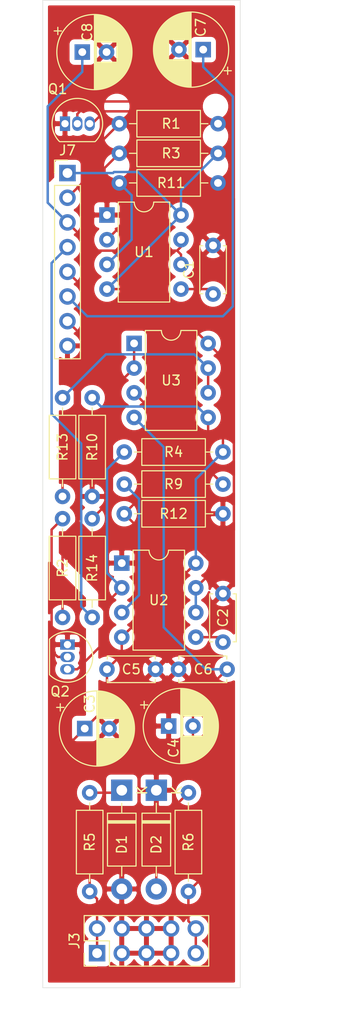
<source format=kicad_pcb>
(kicad_pcb (version 20171130) (host pcbnew 5.1.6-1.fc31)
  (layers (0 F.Cu signal) (31 B.Cu signal) (34 B.Paste user) (35 F.Paste user) (36 B.SilkS user) (37 F.SilkS user) (38 B.Mask user) (39 F.Mask user) (44 Edge.Cuts user))
  (net 0 "")
  (net 1 GND)
  (net 2 "Net-(C1-Pad1)")
  (net 3 "Net-(C2-Pad1)")
  (net 4 +12V)
  (net 5 -12V)
  (net 6 "Net-(D1-Pad1)")
  (net 7 "Net-(D2-Pad2)")
  (net 8 "Net-(Q1-Pad3)")
  (net 9 "Net-(Q1-Pad2)")
  (net 10 "Net-(Q2-Pad3)")
  (net 11 "Net-(Q2-Pad2)")
  (net 12 "Net-(R10-Pad1)")
  (net 13 "Net-(R9-Pad1)")
  (net 14 "Net-(R11-Pad2)")
  (net 15 "Net-(R11-Pad1)")
  (net 16 "Net-(R13-Pad1)")
  (net 17 "Net-(R14-Pad1)")
  (net 18 V2)
  (net 19 V1)
  (net 20 T1)
  (net 21 T2)
  (net 22 G1)
  (net 23 G2)
  (module Connector_PinHeader_2.54mm:PinHeader_2x05_P2.54mm_Vertical (layer F.Cu) (at 107.188 123.444 90)
    (fp_text reference J3 (at 1.27 -2.33 90) (layer F.SilkS))
    (fp_text value Conn_02x05_Odd_Even)
    (pad 10 thru_hole oval (at 2.54 10.16 90) (size 1.7 1.7) (drill 1) (layers *.Cu *.Mask) (net 5 -12V))
    (pad 9 thru_hole oval (at 0 10.16 90) (size 1.7 1.7) (drill 1) (layers *.Cu *.Mask) (net 5 -12V))
    (pad 8 thru_hole oval (at 2.54 7.62 90) (size 1.7 1.7) (drill 1) (layers *.Cu *.Mask) (net 1 GND))
    (pad 7 thru_hole oval (at 0 7.62 90) (size 1.7 1.7) (drill 1) (layers *.Cu *.Mask) (net 1 GND))
    (pad 6 thru_hole oval (at 2.54 5.08 90) (size 1.7 1.7) (drill 1) (layers *.Cu *.Mask) (net 1 GND))
    (pad 5 thru_hole oval (at 0 5.08 90) (size 1.7 1.7) (drill 1) (layers *.Cu *.Mask) (net 1 GND))
    (pad 4 thru_hole oval (at 2.54 2.54 90) (size 1.7 1.7) (drill 1) (layers *.Cu *.Mask) (net 1 GND))
    (pad 3 thru_hole oval (at 0 2.54 90) (size 1.7 1.7) (drill 1) (layers *.Cu *.Mask) (net 1 GND))
    (pad 2 thru_hole oval (at 2.54 0 90) (size 1.7 1.7) (drill 1) (layers *.Cu *.Mask) (net 4 +12V))
    (pad 1 thru_hole rect (at 0 0 90) (size 1.7 1.7) (drill 1) (layers *.Cu *.Mask) (net 4 +12V))
  )
  (module Connector_PinHeader_2.54mm:PinHeader_1x08_P2.54mm_Vertical (layer F.Cu) (at 104.14 43.18)
    (fp_text reference J7 (at 0 -2.33) (layer F.SilkS))
    (fp_text value Conn_01x08_Male)
    (pad 8 thru_hole oval (at 0 17.78) (size 1.7 1.7) (drill 1) (layers *.Cu *.Mask) (net 1 GND))
    (pad 7 thru_hole oval (at 0 15.24) (size 1.7 1.7) (drill 1) (layers *.Cu *.Mask) (net 23 G2))
    (pad 6 thru_hole oval (at 0 12.7) (size 1.7 1.7) (drill 1) (layers *.Cu *.Mask) (net 18 V2))
    (pad 5 thru_hole oval (at 0 10.16) (size 1.7 1.7) (drill 1) (layers *.Cu *.Mask) (net 21 T2))
    (pad 4 thru_hole oval (at 0 7.62) (size 1.7 1.7) (drill 1) (layers *.Cu *.Mask) (net 22 G1))
    (pad 3 thru_hole oval (at 0 5.08) (size 1.7 1.7) (drill 1) (layers *.Cu *.Mask) (net 19 V1))
    (pad 2 thru_hole oval (at 0 2.54) (size 1.7 1.7) (drill 1) (layers *.Cu *.Mask) (net 20 T1))
    (pad 1 thru_hole rect (at 0 0) (size 1.7 1.7) (drill 1) (layers *.Cu *.Mask) (net 4 +12V))
  )
  (module Package_DIP:DIP-8_W7.62mm (layer F.Cu) (at 110.998 60.706)
    (fp_text reference U3 (at 3.81 3.81) (layer F.SilkS))
    (fp_text value TL072)
    (pad 8 thru_hole oval (at 7.62 0) (size 1.6 1.6) (drill 0.8) (layers *.Cu *.Mask) (net 4 +12V))
    (pad 4 thru_hole oval (at 0 7.62) (size 1.6 1.6) (drill 0.8) (layers *.Cu *.Mask) (net 5 -12V))
    (pad 7 thru_hole oval (at 7.62 2.54) (size 1.6 1.6) (drill 0.8) (layers *.Cu *.Mask) (net 16 "Net-(R13-Pad1)"))
    (pad 3 thru_hole oval (at 0 5.08) (size 1.6 1.6) (drill 0.8) (layers *.Cu *.Mask) (net 14 "Net-(R11-Pad2)"))
    (pad 6 thru_hole oval (at 7.62 5.08) (size 1.6 1.6) (drill 0.8) (layers *.Cu *.Mask) (net 16 "Net-(R13-Pad1)"))
    (pad 2 thru_hole oval (at 0 2.54) (size 1.6 1.6) (drill 0.8) (layers *.Cu *.Mask) (net 17 "Net-(R14-Pad1)"))
    (pad 5 thru_hole oval (at 7.62 7.62) (size 1.6 1.6) (drill 0.8) (layers *.Cu *.Mask) (net 12 "Net-(R10-Pad1)"))
    (pad 1 thru_hole rect (at 0 0) (size 1.6 1.6) (drill 0.8) (layers *.Cu *.Mask) (net 17 "Net-(R14-Pad1)"))
  )
  (module Package_DIP:DIP-8_W7.62mm (layer F.Cu) (at 109.728 83.312)
    (fp_text reference U2 (at 3.81 3.81) (layer F.SilkS))
    (fp_text value NE555P)
    (pad 8 thru_hole oval (at 7.62 0) (size 1.6 1.6) (drill 0.8) (layers *.Cu *.Mask) (net 4 +12V))
    (pad 4 thru_hole oval (at 0 7.62) (size 1.6 1.6) (drill 0.8) (layers *.Cu *.Mask) (net 4 +12V))
    (pad 7 thru_hole oval (at 7.62 2.54) (size 1.6 1.6) (drill 0.8) (layers *.Cu *.Mask) (net 18 V2))
    (pad 3 thru_hole oval (at 0 5.08) (size 1.6 1.6) (drill 0.8) (layers *.Cu *.Mask) (net 13 "Net-(R9-Pad1)"))
    (pad 6 thru_hole oval (at 7.62 5.08) (size 1.6 1.6) (drill 0.8) (layers *.Cu *.Mask) (net 18 V2))
    (pad 2 thru_hole oval (at 0 2.54) (size 1.6 1.6) (drill 0.8) (layers *.Cu *.Mask) (net 10 "Net-(Q2-Pad3)"))
    (pad 5 thru_hole oval (at 7.62 7.62) (size 1.6 1.6) (drill 0.8) (layers *.Cu *.Mask) (net 3 "Net-(C2-Pad1)"))
    (pad 1 thru_hole rect (at 0 0) (size 1.6 1.6) (drill 0.8) (layers *.Cu *.Mask) (net 1 GND))
  )
  (module Package_DIP:DIP-8_W7.62mm (layer F.Cu) (at 108.204 47.498)
    (fp_text reference U1 (at 3.81 3.81) (layer F.SilkS))
    (fp_text value NE555P)
    (pad 8 thru_hole oval (at 7.62 0) (size 1.6 1.6) (drill 0.8) (layers *.Cu *.Mask) (net 4 +12V))
    (pad 4 thru_hole oval (at 0 7.62) (size 1.6 1.6) (drill 0.8) (layers *.Cu *.Mask) (net 4 +12V))
    (pad 7 thru_hole oval (at 7.62 2.54) (size 1.6 1.6) (drill 0.8) (layers *.Cu *.Mask) (net 19 V1))
    (pad 3 thru_hole oval (at 0 5.08) (size 1.6 1.6) (drill 0.8) (layers *.Cu *.Mask) (net 15 "Net-(R11-Pad1)"))
    (pad 6 thru_hole oval (at 7.62 5.08) (size 1.6 1.6) (drill 0.8) (layers *.Cu *.Mask) (net 19 V1))
    (pad 2 thru_hole oval (at 0 2.54) (size 1.6 1.6) (drill 0.8) (layers *.Cu *.Mask) (net 8 "Net-(Q1-Pad3)"))
    (pad 5 thru_hole oval (at 7.62 7.62) (size 1.6 1.6) (drill 0.8) (layers *.Cu *.Mask) (net 2 "Net-(C1-Pad1)"))
    (pad 1 thru_hole rect (at 0 0) (size 1.6 1.6) (drill 0.8) (layers *.Cu *.Mask) (net 1 GND))
  )
  (module Resistor_THT:R_Axial_DIN0207_L6.3mm_D2.5mm_P10.16mm_Horizontal (layer F.Cu) (at 106.68 78.74 270)
    (fp_text reference R14 (at 5.08 0 90) (layer F.SilkS))
    (fp_text value 2K2)
    (pad 2 thru_hole oval (at 10.16 0 270) (size 1.6 1.6) (drill 0.8) (layers *.Cu *.Mask) (net 22 G1))
    (pad 1 thru_hole circle (at 0 0 270) (size 1.6 1.6) (drill 0.8) (layers *.Cu *.Mask) (net 17 "Net-(R14-Pad1)"))
  )
  (module Resistor_THT:R_Axial_DIN0207_L6.3mm_D2.5mm_P10.16mm_Horizontal (layer F.Cu) (at 103.632 66.294 270)
    (fp_text reference R13 (at 5.08 0 90) (layer F.SilkS))
    (fp_text value 2K2)
    (pad 2 thru_hole oval (at 10.16 0 270) (size 1.6 1.6) (drill 0.8) (layers *.Cu *.Mask) (net 23 G2))
    (pad 1 thru_hole circle (at 0 0 270) (size 1.6 1.6) (drill 0.8) (layers *.Cu *.Mask) (net 16 "Net-(R13-Pad1)"))
  )
  (module Resistor_THT:R_Axial_DIN0207_L6.3mm_D2.5mm_P10.16mm_Horizontal (layer F.Cu) (at 109.982 78.232)
    (fp_text reference R12 (at 5.08 0) (layer F.SilkS))
    (fp_text value 100K)
    (pad 2 thru_hole oval (at 10.16 0) (size 1.6 1.6) (drill 0.8) (layers *.Cu *.Mask) (net 1 GND))
    (pad 1 thru_hole circle (at 0 0) (size 1.6 1.6) (drill 0.8) (layers *.Cu *.Mask) (net 14 "Net-(R11-Pad2)"))
  )
  (module Resistor_THT:R_Axial_DIN0207_L6.3mm_D2.5mm_P10.16mm_Horizontal (layer F.Cu) (at 109.474 44.196)
    (fp_text reference R11 (at 5.334 0 180) (layer F.SilkS))
    (fp_text value 100K)
    (pad 2 thru_hole oval (at 10.16 0) (size 1.6 1.6) (drill 0.8) (layers *.Cu *.Mask) (net 14 "Net-(R11-Pad2)"))
    (pad 1 thru_hole circle (at 0 0) (size 1.6 1.6) (drill 0.8) (layers *.Cu *.Mask) (net 15 "Net-(R11-Pad1)"))
  )
  (module Resistor_THT:R_Axial_DIN0207_L6.3mm_D2.5mm_P10.16mm_Horizontal (layer F.Cu) (at 106.68 66.294 270)
    (fp_text reference R10 (at 5.08 0 90) (layer F.SilkS))
    (fp_text value 100K)
    (pad 2 thru_hole oval (at 10.16 0 270) (size 1.6 1.6) (drill 0.8) (layers *.Cu *.Mask) (net 1 GND))
    (pad 1 thru_hole circle (at 0 0 270) (size 1.6 1.6) (drill 0.8) (layers *.Cu *.Mask) (net 12 "Net-(R10-Pad1)"))
  )
  (module Resistor_THT:R_Axial_DIN0207_L6.3mm_D2.5mm_P10.16mm_Horizontal (layer F.Cu) (at 109.982 75.184)
    (fp_text reference R9 (at 5.08 0) (layer F.SilkS))
    (fp_text value 100K)
    (pad 2 thru_hole oval (at 10.16 0) (size 1.6 1.6) (drill 0.8) (layers *.Cu *.Mask) (net 12 "Net-(R10-Pad1)"))
    (pad 1 thru_hole circle (at 0 0) (size 1.6 1.6) (drill 0.8) (layers *.Cu *.Mask) (net 13 "Net-(R9-Pad1)"))
  )
  (module Resistor_THT:R_Axial_DIN0207_L6.3mm_D2.5mm_P10.16mm_Horizontal (layer F.Cu) (at 116.586 106.934 270)
    (fp_text reference R6 (at 5.08 0 90) (layer F.SilkS))
    (fp_text value 68)
    (pad 2 thru_hole oval (at 10.16 0 270) (size 1.6 1.6) (drill 0.8) (layers *.Cu *.Mask) (net 5 -12V))
    (pad 1 thru_hole circle (at 0 0 270) (size 1.6 1.6) (drill 0.8) (layers *.Cu *.Mask) (net 7 "Net-(D2-Pad2)"))
  )
  (module Resistor_THT:R_Axial_DIN0207_L6.3mm_D2.5mm_P10.16mm_Horizontal (layer F.Cu) (at 106.426 106.934 270)
    (fp_text reference R5 (at 5.08 0 90) (layer F.SilkS))
    (fp_text value 68)
    (pad 2 thru_hole oval (at 10.16 0 270) (size 1.6 1.6) (drill 0.8) (layers *.Cu *.Mask) (net 4 +12V))
    (pad 1 thru_hole circle (at 0 0 270) (size 1.6 1.6) (drill 0.8) (layers *.Cu *.Mask) (net 6 "Net-(D1-Pad1)"))
  )
  (module Resistor_THT:R_Axial_DIN0207_L6.3mm_D2.5mm_P10.16mm_Horizontal (layer F.Cu) (at 109.982 71.882)
    (fp_text reference R4 (at 5.08 0) (layer F.SilkS))
    (fp_text value 100K)
    (pad 2 thru_hole oval (at 10.16 0) (size 1.6 1.6) (drill 0.8) (layers *.Cu *.Mask) (net 4 +12V))
    (pad 1 thru_hole circle (at 0 0) (size 1.6 1.6) (drill 0.8) (layers *.Cu *.Mask) (net 10 "Net-(Q2-Pad3)"))
  )
  (module Resistor_THT:R_Axial_DIN0207_L6.3mm_D2.5mm_P10.16mm_Horizontal (layer F.Cu) (at 109.474 41.148)
    (fp_text reference R3 (at 5.334 0 180) (layer F.SilkS))
    (fp_text value 100K)
    (pad 2 thru_hole oval (at 10.16 0) (size 1.6 1.6) (drill 0.8) (layers *.Cu *.Mask) (net 4 +12V))
    (pad 1 thru_hole circle (at 0 0) (size 1.6 1.6) (drill 0.8) (layers *.Cu *.Mask) (net 8 "Net-(Q1-Pad3)"))
  )
  (module Resistor_THT:R_Axial_DIN0207_L6.3mm_D2.5mm_P10.16mm_Horizontal (layer F.Cu) (at 103.632 78.74 270)
    (fp_text reference R2 (at 5.08 0 90) (layer F.SilkS))
    (fp_text value 10K)
    (pad 2 thru_hole oval (at 10.16 0 270) (size 1.6 1.6) (drill 0.8) (layers *.Cu *.Mask) (net 21 T2))
    (pad 1 thru_hole circle (at 0 0 270) (size 1.6 1.6) (drill 0.8) (layers *.Cu *.Mask) (net 11 "Net-(Q2-Pad2)"))
  )
  (module Resistor_THT:R_Axial_DIN0207_L6.3mm_D2.5mm_P10.16mm_Horizontal (layer F.Cu) (at 119.634 38.1 180)
    (fp_text reference R1 (at 4.826 0 180) (layer F.SilkS))
    (fp_text value 10K)
    (pad 2 thru_hole oval (at 10.16 0 180) (size 1.6 1.6) (drill 0.8) (layers *.Cu *.Mask) (net 20 T1))
    (pad 1 thru_hole circle (at 0 0 180) (size 1.6 1.6) (drill 0.8) (layers *.Cu *.Mask) (net 9 "Net-(Q1-Pad2)"))
  )
  (module Package_TO_SOT_THT:TO-92_Inline (layer F.Cu) (at 104.14 91.694 270)
    (fp_text reference Q2 (at 4.826 0.762 180) (layer F.SilkS))
    (fp_text value 2N3904)
    (pad 1 thru_hole rect (at 0 0 270) (size 1.05 1.5) (drill 0.75) (layers *.Cu *.Mask) (net 1 GND))
    (pad 3 thru_hole oval (at 2.54 0 270) (size 1.05 1.5) (drill 0.75) (layers *.Cu *.Mask) (net 10 "Net-(Q2-Pad3)"))
    (pad 2 thru_hole oval (at 1.27 0 270) (size 1.05 1.5) (drill 0.75) (layers *.Cu *.Mask) (net 11 "Net-(Q2-Pad2)"))
  )
  (module Package_TO_SOT_THT:TO-92_Inline (layer F.Cu) (at 103.886 38.1)
    (fp_text reference Q1 (at -0.762 -3.56) (layer F.SilkS))
    (fp_text value 2N3904)
    (pad 1 thru_hole rect (at 0 0) (size 1.05 1.5) (drill 0.75) (layers *.Cu *.Mask) (net 1 GND))
    (pad 3 thru_hole oval (at 2.54 0) (size 1.05 1.5) (drill 0.75) (layers *.Cu *.Mask) (net 8 "Net-(Q1-Pad3)"))
    (pad 2 thru_hole oval (at 1.27 0) (size 1.05 1.5) (drill 0.75) (layers *.Cu *.Mask) (net 9 "Net-(Q1-Pad2)"))
  )
  (module Diode_THT:D_DO-41_SOD81_P10.16mm_Horizontal (layer F.Cu) (at 113.284 106.68 270)
    (fp_text reference D2 (at 5.588 0 90) (layer F.SilkS))
    (fp_text value 1N4001)
    (fp_text user K (at 0 -2.1 90) (layer F.SilkS))
    (pad 2 thru_hole oval (at 10.16 0 270) (size 2.2 2.2) (drill 1.1) (layers *.Cu *.Mask) (net 7 "Net-(D2-Pad2)"))
    (pad 1 thru_hole rect (at 0 0 270) (size 2.2 2.2) (drill 1.1) (layers *.Cu *.Mask) (net 1 GND))
  )
  (module Diode_THT:D_DO-41_SOD81_P10.16mm_Horizontal (layer F.Cu) (at 109.728 106.68 270)
    (fp_text reference D1 (at 5.588 0 90) (layer F.SilkS))
    (fp_text value 1N4001)
    (fp_text user K (at 0 -2.1 90) (layer F.SilkS))
    (pad 2 thru_hole oval (at 10.16 0 270) (size 2.2 2.2) (drill 1.1) (layers *.Cu *.Mask) (net 1 GND))
    (pad 1 thru_hole rect (at 0 0 270) (size 2.2 2.2) (drill 1.1) (layers *.Cu *.Mask) (net 6 "Net-(D1-Pad1)"))
  )
  (module Capacitor_THT:CP_Radial_D7.5mm_P2.50mm (layer F.Cu) (at 105.664 30.734)
    (fp_text reference C8 (at 0.508 -2.032 90) (layer F.SilkS))
    (fp_text value 100u)
    (pad 2 thru_hole circle (at 2.5 0) (size 1.6 1.6) (drill 0.8) (layers *.Cu *.Mask) (net 1 GND))
    (pad 1 thru_hole rect (at 0 0) (size 1.6 1.6) (drill 0.8) (layers *.Cu *.Mask) (net 19 V1))
  )
  (module Capacitor_THT:CP_Radial_D7.5mm_P2.50mm (layer F.Cu) (at 118.11 30.48 180)
    (fp_text reference C7 (at 0.254 2.286 90) (layer F.SilkS))
    (fp_text value 100u)
    (pad 2 thru_hole circle (at 2.5 0 180) (size 1.6 1.6) (drill 0.8) (layers *.Cu *.Mask) (net 1 GND))
    (pad 1 thru_hole rect (at 0 0 180) (size 1.6 1.6) (drill 0.8) (layers *.Cu *.Mask) (net 18 V2))
  )
  (module Capacitor_THT:C_Disc_D4.7mm_W2.5mm_P5.00mm (layer F.Cu) (at 115.57 94.234)
    (fp_text reference C6 (at 2.54 0) (layer F.SilkS))
    (fp_text value 100n)
    (pad 2 thru_hole circle (at 5 0) (size 1.6 1.6) (drill 0.8) (layers *.Cu *.Mask) (net 5 -12V))
    (pad 1 thru_hole circle (at 0 0) (size 1.6 1.6) (drill 0.8) (layers *.Cu *.Mask) (net 1 GND))
  )
  (module Capacitor_THT:C_Disc_D4.7mm_W2.5mm_P5.00mm (layer F.Cu) (at 108.204 94.234)
    (fp_text reference C5 (at 2.5 0) (layer F.SilkS))
    (fp_text value 100n)
    (pad 2 thru_hole circle (at 5 0) (size 1.6 1.6) (drill 0.8) (layers *.Cu *.Mask) (net 1 GND))
    (pad 1 thru_hole circle (at 0 0) (size 1.6 1.6) (drill 0.8) (layers *.Cu *.Mask) (net 4 +12V))
  )
  (module Capacitor_THT:CP_Radial_D7.5mm_P2.50mm (layer F.Cu) (at 114.554 100.076)
    (fp_text reference C4 (at 0.508 2.286 90) (layer F.SilkS))
    (fp_text value 100u)
    (pad 2 thru_hole circle (at 2.5 0) (size 1.6 1.6) (drill 0.8) (layers *.Cu *.Mask) (net 5 -12V))
    (pad 1 thru_hole rect (at 0 0) (size 1.6 1.6) (drill 0.8) (layers *.Cu *.Mask) (net 1 GND))
  )
  (module Capacitor_THT:CP_Radial_D7.5mm_P2.50mm (layer F.Cu) (at 105.918 100.33)
    (fp_text reference C3 (at 0.508 -2.54 90) (layer F.SilkS))
    (fp_text value 100u)
    (pad 2 thru_hole circle (at 2.5 0) (size 1.6 1.6) (drill 0.8) (layers *.Cu *.Mask) (net 1 GND))
    (pad 1 thru_hole rect (at 0 0) (size 1.6 1.6) (drill 0.8) (layers *.Cu *.Mask) (net 4 +12V))
  )
  (module Capacitor_THT:C_Disc_D4.7mm_W2.5mm_P5.00mm (layer F.Cu) (at 120.142 91.44 90)
    (fp_text reference C2 (at 2.5 0 90) (layer F.SilkS))
    (fp_text value 100n)
    (pad 2 thru_hole circle (at 5 0 90) (size 1.6 1.6) (drill 0.8) (layers *.Cu *.Mask) (net 1 GND))
    (pad 1 thru_hole circle (at 0 0 90) (size 1.6 1.6) (drill 0.8) (layers *.Cu *.Mask) (net 3 "Net-(C2-Pad1)"))
  )
  (module Capacitor_THT:C_Disc_D4.7mm_W2.5mm_P5.00mm (layer F.Cu) (at 119.126 55.626 90)
    (fp_text reference C1 (at 2.5 -2.5 90) (layer F.SilkS))
    (fp_text value 100n)
    (pad 2 thru_hole circle (at 5 0 90) (size 1.6 1.6) (drill 0.8) (layers *.Cu *.Mask) (net 1 GND))
    (pad 1 thru_hole circle (at 0 0 90) (size 1.6 1.6) (drill 0.8) (layers *.Cu *.Mask) (net 2 "Net-(C1-Pad1)"))
  )
  (gr_line (start 121.92 127) (end 121.92 25.4) (layer Edge.Cuts) (width 0.05))
  (gr_line (start 101.6 127) (end 121.92 127) (layer Edge.Cuts) (width 0.05))
  (gr_line (start 101.6 101.6) (end 101.6 127) (layer Edge.Cuts) (width 0.05))
  (gr_line (start 121.92 25.4) (end 101.6 25.4) (layer Edge.Cuts) (width 0.05))
  (gr_line (start 101.6 25.4) (end 101.6 101.6) (layer Edge.Cuts) (width 0.05))
  (segment (start 118.618 55.118) (end 119.126 55.626) (width 0.25) (layer F.Cu) (net 2))
  (segment (start 115.824 55.118) (end 118.618 55.118) (width 0.25) (layer F.Cu) (net 2))
  (segment (start 119.634 90.932) (end 120.142 91.44) (width 0.25) (layer F.Cu) (net 3))
  (segment (start 117.348 90.932) (end 119.634 90.932) (width 0.25) (layer F.Cu) (net 3))
  (segment (start 108.204 55.118) (end 115.824 47.498) (width 0.25) (layer B.Cu) (net 4))
  (segment (start 115.824 44.958) (end 119.634 41.148) (width 0.25) (layer B.Cu) (net 4))
  (segment (start 115.824 47.498) (end 115.824 44.958) (width 0.25) (layer B.Cu) (net 4))
  (segment (start 111.396999 43.070999) (end 115.824 47.498) (width 0.25) (layer B.Cu) (net 4))
  (segment (start 108.933999 43.070999) (end 111.396999 43.070999) (width 0.25) (layer B.Cu) (net 4))
  (segment (start 108.824998 43.18) (end 108.933999 43.070999) (width 0.25) (layer B.Cu) (net 4))
  (segment (start 104.14 43.18) (end 108.824998 43.18) (width 0.25) (layer B.Cu) (net 4))
  (segment (start 107.188 123.444) (end 107.188 120.904) (width 0.25) (layer F.Cu) (net 4))
  (segment (start 107.188 117.856) (end 106.426 117.094) (width 0.25) (layer F.Cu) (net 4))
  (segment (start 107.188 120.904) (end 107.188 117.856) (width 0.25) (layer F.Cu) (net 4))
  (segment (start 109.728 90.932) (end 117.348 83.312) (width 0.25) (layer F.Cu) (net 4))
  (segment (start 109.728 92.71) (end 108.204 94.234) (width 0.25) (layer F.Cu) (net 4))
  (segment (start 109.728 90.932) (end 109.728 92.71) (width 0.25) (layer F.Cu) (net 4))
  (segment (start 108.204 98.044) (end 105.918 100.33) (width 0.25) (layer F.Cu) (net 4))
  (segment (start 108.204 94.234) (end 108.204 98.044) (width 0.25) (layer F.Cu) (net 4))
  (segment (start 113.03 55.118) (end 118.618 60.706) (width 0.25) (layer F.Cu) (net 4))
  (segment (start 108.204 55.118) (end 113.03 55.118) (width 0.25) (layer F.Cu) (net 4))
  (segment (start 120.142 62.23) (end 120.142 71.882) (width 0.25) (layer F.Cu) (net 4))
  (segment (start 118.618 60.706) (end 120.142 62.23) (width 0.25) (layer F.Cu) (net 4))
  (segment (start 117.348 74.676) (end 120.142 71.882) (width 0.25) (layer B.Cu) (net 4))
  (segment (start 117.348 83.312) (end 117.348 74.676) (width 0.25) (layer B.Cu) (net 4))
  (segment (start 105.918 100.33) (end 104.14 102.108) (width 0.25) (layer F.Cu) (net 4))
  (segment (start 106.426 112.776) (end 106.426 117.094) (width 0.25) (layer F.Cu) (net 4))
  (segment (start 104.14 110.49) (end 106.426 112.776) (width 0.25) (layer F.Cu) (net 4))
  (segment (start 104.14 102.108) (end 104.14 110.49) (width 0.25) (layer F.Cu) (net 4))
  (segment (start 116.586 120.142) (end 117.348 120.904) (width 0.25) (layer F.Cu) (net 5))
  (segment (start 116.586 117.094) (end 116.586 120.142) (width 0.25) (layer F.Cu) (net 5))
  (segment (start 117.348 120.904) (end 117.348 123.444) (width 0.25) (layer F.Cu) (net 5))
  (segment (start 118.618 115.062) (end 116.586 117.094) (width 0.25) (layer F.Cu) (net 5))
  (segment (start 118.618 104.902) (end 118.618 115.062) (width 0.25) (layer F.Cu) (net 5))
  (segment (start 117.054 100.076) (end 117.054 103.338) (width 0.25) (layer F.Cu) (net 5))
  (segment (start 117.054 103.338) (end 118.618 104.902) (width 0.25) (layer F.Cu) (net 5))
  (segment (start 117.054 97.75) (end 120.57 94.234) (width 0.25) (layer F.Cu) (net 5))
  (segment (start 117.054 100.076) (end 117.054 97.75) (width 0.25) (layer F.Cu) (net 5))
  (segment (start 110.998 68.326) (end 114.046 71.374) (width 0.25) (layer B.Cu) (net 5))
  (segment (start 114.046 71.374) (end 114.046 89.916) (width 0.25) (layer B.Cu) (net 5))
  (segment (start 118.364 94.234) (end 120.57 94.234) (width 0.25) (layer B.Cu) (net 5))
  (segment (start 114.046 89.916) (end 118.364 94.234) (width 0.25) (layer B.Cu) (net 5))
  (segment (start 109.474 106.934) (end 109.728 106.68) (width 0.25) (layer F.Cu) (net 6))
  (segment (start 106.426 106.934) (end 109.474 106.934) (width 0.25) (layer F.Cu) (net 6))
  (segment (start 113.284 110.236) (end 116.586 106.934) (width 0.25) (layer F.Cu) (net 7))
  (segment (start 113.284 116.84) (end 113.284 110.236) (width 0.25) (layer F.Cu) (net 7))
  (segment (start 106.68 38.1) (end 107.95 36.83) (width 0.25) (layer F.Cu) (net 8))
  (segment (start 107.95 36.83) (end 111.506 36.83) (width 0.25) (layer F.Cu) (net 8))
  (segment (start 112.014 38.608) (end 109.474 41.148) (width 0.25) (layer F.Cu) (net 8))
  (segment (start 106.426 38.1) (end 106.68 38.1) (width 0.25) (layer F.Cu) (net 8))
  (segment (start 111.506 36.83) (end 112.014 37.338) (width 0.25) (layer F.Cu) (net 8))
  (segment (start 112.014 37.338) (end 112.014 38.608) (width 0.25) (layer F.Cu) (net 8))
  (segment (start 109.474 41.148) (end 107.95 42.672) (width 0.25) (layer F.Cu) (net 8))
  (segment (start 107.95 42.672) (end 107.95 44.704) (width 0.25) (layer F.Cu) (net 8))
  (segment (start 107.95 44.704) (end 109.982 46.736) (width 0.25) (layer F.Cu) (net 8))
  (segment (start 109.982 48.26) (end 108.204 50.038) (width 0.25) (layer F.Cu) (net 8))
  (segment (start 109.982 46.736) (end 109.982 48.26) (width 0.25) (layer F.Cu) (net 8))
  (segment (start 105.156 37.1) (end 105.156 38.1) (width 0.25) (layer F.Cu) (net 9))
  (segment (start 106.442 35.814) (end 105.156 37.1) (width 0.25) (layer F.Cu) (net 9))
  (segment (start 112.014 35.814) (end 106.442 35.814) (width 0.25) (layer F.Cu) (net 9))
  (segment (start 114.3 38.1) (end 112.014 35.814) (width 0.25) (layer F.Cu) (net 9))
  (segment (start 119.634 38.1) (end 114.3 38.1) (width 0.25) (layer F.Cu) (net 9))
  (segment (start 104.14 94.234) (end 105.156 94.234) (width 0.25) (layer F.Cu) (net 10))
  (segment (start 105.156 94.234) (end 107.95 91.44) (width 0.25) (layer F.Cu) (net 10))
  (segment (start 107.95 87.63) (end 109.728 85.852) (width 0.25) (layer F.Cu) (net 10))
  (segment (start 107.95 91.44) (end 107.95 87.63) (width 0.25) (layer F.Cu) (net 10))
  (segment (start 109.982 71.882) (end 108.204 73.66) (width 0.25) (layer B.Cu) (net 10))
  (segment (start 108.204 84.328) (end 109.728 85.852) (width 0.25) (layer B.Cu) (net 10))
  (segment (start 108.204 73.66) (end 108.204 84.328) (width 0.25) (layer B.Cu) (net 10))
  (segment (start 102.506999 79.865001) (end 103.632 78.74) (width 0.25) (layer F.Cu) (net 11))
  (segment (start 102.506999 92.330999) (end 102.506999 79.865001) (width 0.25) (layer F.Cu) (net 11))
  (segment (start 103.14 92.964) (end 102.506999 92.330999) (width 0.25) (layer F.Cu) (net 11))
  (segment (start 104.14 92.964) (end 103.14 92.964) (width 0.25) (layer F.Cu) (net 11))
  (segment (start 118.618 73.66) (end 120.142 75.184) (width 0.25) (layer F.Cu) (net 12))
  (segment (start 118.618 68.326) (end 118.618 73.66) (width 0.25) (layer F.Cu) (net 12))
  (segment (start 107.586999 67.200999) (end 117.492999 67.200999) (width 0.25) (layer B.Cu) (net 12))
  (segment (start 117.492999 67.200999) (end 118.618 68.326) (width 0.25) (layer B.Cu) (net 12))
  (segment (start 106.68 66.294) (end 107.586999 67.200999) (width 0.25) (layer B.Cu) (net 12))
  (segment (start 109.728 88.392) (end 111.506 86.614) (width 0.25) (layer B.Cu) (net 13))
  (segment (start 111.506 76.708) (end 109.982 75.184) (width 0.25) (layer B.Cu) (net 13))
  (segment (start 111.506 86.614) (end 111.506 76.708) (width 0.25) (layer B.Cu) (net 13))
  (segment (start 121.267001 45.829001) (end 121.267001 79.900999) (width 0.25) (layer F.Cu) (net 14))
  (segment (start 119.634 44.196) (end 121.267001 45.829001) (width 0.25) (layer F.Cu) (net 14))
  (segment (start 121.267001 79.900999) (end 120.396 80.772) (width 0.25) (layer F.Cu) (net 14))
  (segment (start 112.522 80.772) (end 109.982 78.232) (width 0.25) (layer F.Cu) (net 14))
  (segment (start 120.396 80.772) (end 112.522 80.772) (width 0.25) (layer F.Cu) (net 14))
  (segment (start 109.982 78.232) (end 113.792 74.422) (width 0.25) (layer F.Cu) (net 14))
  (segment (start 113.792 68.58) (end 110.998 65.786) (width 0.25) (layer F.Cu) (net 14))
  (segment (start 113.792 74.422) (end 113.792 68.58) (width 0.25) (layer F.Cu) (net 14))
  (segment (start 109.474 44.196) (end 110.744 45.466) (width 0.25) (layer B.Cu) (net 15))
  (segment (start 110.744 50.038) (end 108.204 52.578) (width 0.25) (layer B.Cu) (net 15))
  (segment (start 110.744 45.466) (end 110.744 50.038) (width 0.25) (layer B.Cu) (net 15))
  (segment (start 118.618 65.786) (end 118.618 63.246) (width 0.25) (layer F.Cu) (net 16))
  (segment (start 108.094999 61.831001) (end 117.203001 61.831001) (width 0.25) (layer B.Cu) (net 16))
  (segment (start 117.203001 61.831001) (end 118.618 63.246) (width 0.25) (layer B.Cu) (net 16))
  (segment (start 103.632 66.294) (end 108.094999 61.831001) (width 0.25) (layer B.Cu) (net 16))
  (segment (start 110.998 63.246) (end 110.998 60.706) (width 0.25) (layer F.Cu) (net 17))
  (segment (start 110.998 63.246) (end 108.712 65.532) (width 0.25) (layer F.Cu) (net 17))
  (segment (start 108.712 76.708) (end 106.68 78.74) (width 0.25) (layer F.Cu) (net 17))
  (segment (start 108.712 65.532) (end 108.712 76.708) (width 0.25) (layer F.Cu) (net 17))
  (segment (start 118.11 32.258) (end 121.158 35.306) (width 0.25) (layer B.Cu) (net 18))
  (segment (start 118.11 30.48) (end 118.11 32.258) (width 0.25) (layer B.Cu) (net 18))
  (segment (start 106.172 57.912) (end 104.14 55.88) (width 0.25) (layer B.Cu) (net 18))
  (segment (start 121.158 35.306) (end 121.158 56.896) (width 0.25) (layer B.Cu) (net 18))
  (segment (start 121.158 56.896) (end 120.142 57.912) (width 0.25) (layer B.Cu) (net 18))
  (segment (start 120.142 57.912) (end 106.172 57.912) (width 0.25) (layer B.Cu) (net 18))
  (segment (start 117.348 85.852) (end 117.348 88.392) (width 0.25) (layer B.Cu) (net 18))
  (segment (start 105.554999 79.280001) (end 108.062998 81.788) (width 0.25) (layer F.Cu) (net 18))
  (segment (start 117.489002 81.788) (end 118.872 83.170998) (width 0.25) (layer F.Cu) (net 18))
  (segment (start 108.062998 81.788) (end 117.489002 81.788) (width 0.25) (layer F.Cu) (net 18))
  (segment (start 118.872 84.328) (end 117.348 85.852) (width 0.25) (layer F.Cu) (net 18))
  (segment (start 118.872 83.170998) (end 118.872 84.328) (width 0.25) (layer F.Cu) (net 18))
  (segment (start 115.824 50.764002) (end 115.824 50.038) (width 0.25) (layer F.Cu) (net 19))
  (segment (start 115.425001 51.163001) (end 115.824 50.764002) (width 0.25) (layer F.Cu) (net 19))
  (segment (start 115.824 52.578) (end 115.824 51.562) (width 0.25) (layer F.Cu) (net 19))
  (segment (start 107.043001 51.163001) (end 104.14 48.26) (width 0.25) (layer F.Cu) (net 19))
  (segment (start 115.425001 51.163001) (end 107.043001 51.163001) (width 0.25) (layer F.Cu) (net 19))
  (segment (start 115.824 51.562) (end 115.425001 51.163001) (width 0.25) (layer F.Cu) (net 19))
  (segment (start 105.664 30.734) (end 105.664 32.766) (width 0.25) (layer B.Cu) (net 19))
  (segment (start 105.664 32.766) (end 102.108 36.322) (width 0.25) (layer B.Cu) (net 19))
  (segment (start 102.108 46.228) (end 104.14 48.26) (width 0.25) (layer B.Cu) (net 19))
  (segment (start 102.108 36.322) (end 102.108 46.228) (width 0.25) (layer B.Cu) (net 19))
  (segment (start 107.188 40.386) (end 109.474 38.1) (width 0.25) (layer F.Cu) (net 20))
  (segment (start 104.14 45.72) (end 107.188 42.672) (width 0.25) (layer F.Cu) (net 20))
  (segment (start 107.188 42.672) (end 107.188 40.386) (width 0.25) (layer F.Cu) (net 20))
  (segment (start 103.632 88.9) (end 103.632 80.518) (width 0.25) (layer F.Cu) (net 21))
  (segment (start 106.11401 62.4164) (end 106.11401 55.31401) (width 0.25) (layer F.Cu) (net 21))
  (segment (start 106.11401 55.31401) (end 104.14 53.34) (width 0.25) (layer F.Cu) (net 21))
  (segment (start 105.41 63.12041) (end 106.11401 62.4164) (width 0.25) (layer F.Cu) (net 21))
  (segment (start 105.41 78.74) (end 105.41 63.12041) (width 0.25) (layer F.Cu) (net 21))
  (segment (start 103.632 80.518) (end 105.41 78.74) (width 0.25) (layer F.Cu) (net 21))
  (segment (start 105.554999 87.774999) (end 105.554999 71.010999) (width 0.25) (layer B.Cu) (net 22))
  (segment (start 106.68 88.9) (end 105.554999 87.774999) (width 0.25) (layer B.Cu) (net 22))
  (segment (start 102.506999 52.433001) (end 104.14 50.8) (width 0.25) (layer B.Cu) (net 22))
  (segment (start 102.506999 67.962999) (end 102.506999 52.433001) (width 0.25) (layer B.Cu) (net 22))
  (segment (start 105.554999 71.010999) (end 102.506999 67.962999) (width 0.25) (layer B.Cu) (net 22))
  (segment (start 103.886 58.42) (end 104.14 58.42) (width 0.25) (layer F.Cu) (net 23))
  (segment (start 103.632 76.454) (end 103.632 68.834) (width 0.25) (layer F.Cu) (net 23))
  (segment (start 103.632 68.834) (end 104.902 67.564) (width 0.25) (layer F.Cu) (net 23))
  (segment (start 104.902 67.564) (end 104.902 62.992) (width 0.25) (layer F.Cu) (net 23))
  (segment (start 105.315001 62.578999) (end 105.315001 62.324999) (width 0.25) (layer F.Cu) (net 23))
  (segment (start 104.902 62.992) (end 105.315001 62.578999) (width 0.25) (layer F.Cu) (net 23))
  (segment (start 105.315001 62.324999) (end 105.664 61.976) (width 0.25) (layer F.Cu) (net 23))
  (segment (start 105.664 59.944) (end 104.14 58.42) (width 0.25) (layer F.Cu) (net 23))
  (segment (start 105.664 61.976) (end 105.664 59.944) (width 0.25) (layer F.Cu) (net 23))
  (zone (net 1) (net_name GND) (layer F.Cu) (connect_pads (clearance 0.508)) (min_thickness 0.254) (fill yes (arc_segments 32) (thermal_gap 0.508) (thermal_bridge_width 0.508))
    (polygon (pts (xy 121.666 126.746) (xy 101.854 126.746) (xy 101.854 25.654) (xy 121.666 25.654)))
  )
)
</source>
